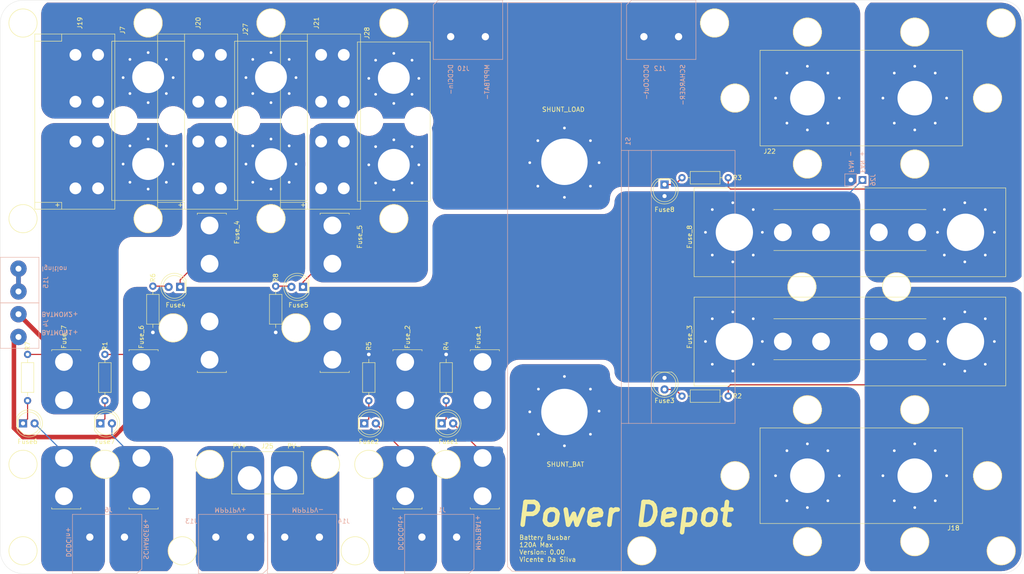
<source format=kicad_pcb>
(kicad_pcb (version 20171130) (host pcbnew "(5.1.8)-1")
  (layers (0 F.Cu signal) (31 B.Cu signal) (34 B.Paste user) (35 F.Paste user) (36 B.SilkS user) (37 F.SilkS user) (38 B.Mask user) (39 F.Mask user) (44 Edge.Cuts user))
  (net 0 "")
  (net 1 /MPPTPV-)
  (net 2 /MPPTPV+)
  (net 3 /DCDCIn-)
  (net 4 /DCDCCtl)
  (net 5 "Net-(Fuse1-Pad1)")
  (net 6 /SHUNT_BAT_OR_ABAT-)
  (net 7 /MPPTBAT+)
  (net 8 /DCDCOut+)
  (net 9 /ABAT+)
  (net 10 "Net-(Fuse4-Pad2)")
  (net 11 /FUSE4)
  (net 12 "Net-(Fuse5-Pad2)")
  (net 13 /FUSE5)
  (net 14 /SCHARGER+)
  (net 15 "Net-(Fuse6-Pad1)")
  (net 16 /BATMON2+)
  (net 17 /FUSE8)
  (net 18 /BATMON1+)
  (net 19 /DCDCIn+)
  (net 20 "Net-(Fuse7-Pad1)")
  (net 21 "Net-(Fuse2-Pad1)")
  (net 22 "Net-(Fuse3-Pad2)")
  (net 23 "Net-(Fuse8-Pad1)")
  (module LED_THT:LED_D5.0mm (layer F.Cu) (at 2 70.5)
    (fp_text reference Fuse7 (at 1 4) (layer F.SilkS))
    (fp_text value LED)
    (pad 2 thru_hole circle (at 2.54 0) (size 1.8 1.8) (drill 0.9) (layers *.Cu *.Mask) (net 14 /SCHARGER+))
    (pad 1 thru_hole rect (at 0 0) (size 1.8 1.8) (drill 0.9) (layers *.Cu *.Mask) (net 20 "Net-(Fuse7-Pad1)"))
  )
  (module Resistor_THT:R_Axial_DIN0207_L6.3mm_D2.5mm_P10.16mm_Horizontal (layer F.Cu) (at -14 65.5 90)
    (fp_text reference R7 (at 12 0 90) (layer F.SilkS))
    (fp_text value 600)
    (pad 2 thru_hole oval (at 10.16 0 90) (size 1.6 1.6) (drill 0.8) (layers *.Cu *.Mask) (net 16 /BATMON2+))
    (pad 1 thru_hole circle (at 0 0 90) (size 1.6 1.6) (drill 0.8) (layers *.Cu *.Mask) (net 15 "Net-(Fuse6-Pad1)"))
  )
  (module FJElectricsPCBCommon:TerminalBlock_5_2x1 (layer B.Cu) (at -16 51.5 90)
    (fp_text reference J4 (at 3 6 90) (layer B.SilkS) (effects (justify mirror)))
    (fp_text value "SMALL TB x2")
    (pad 1 thru_hole oval (at 0 0 90) (size 3.6 3.6) (drill 1.3) (layers *.Cu *.Mask) (net 18 /BATMON1+))
    (pad 2 thru_hole oval (at 5 0 90) (size 3.6 3.6) (drill 1.3) (layers *.Cu *.Mask) (net 16 /BATMON2+))
  )
  (module FJElectricsPCBCommon:NPTH_3mm_ID (layer F.Cu) (at 157.4 -15.5)
    (fp_text reference H25 (at 0 0) (layer F.SilkS))
    (fp_text value MountingHole)
    (pad "" np_thru_hole circle (at 0 0) (size 3.2 3.2) (drill 3.2) (layers *.Cu *.Mask) (clearance 1.6))
  )
  (module FJElectricsPCBCommon:NPTH_3mm_ID (layer F.Cu) (at 157.4 96.5)
    (fp_text reference H23 (at 0 0) (layer F.SilkS))
    (fp_text value MountingHole)
    (pad "" np_thru_hole circle (at 0 0) (size 3.2 3.2) (drill 3.2) (layers *.Cu *.Mask) (clearance 1.6))
  )
  (module FJElectricsPCBCommon:FuseHolderMaxiWithMega (layer F.Cu) (at 181.5 28.5 180)
    (fp_text reference Fuse_8 (at 50 -1 90) (layer F.SilkS))
    (fp_text value 120A)
    (pad 2 thru_hole circle (at 40.5 6.5 180) (size 2 2) (drill 0.6) (layers *.Cu *.Mask) (net 18 /BATMON1+))
    (pad 2 thru_hole circle (at 46.5 0 180) (size 2 2) (drill 0.6) (layers *.Cu *.Mask) (net 18 /BATMON1+))
    (pad 2 thru_hole circle (at 40.5 -6.5 180) (size 2 2) (drill 0.6) (layers *.Cu *.Mask) (net 18 /BATMON1+))
    (pad 2 thru_hole circle (at 34 0 180) (size 2 2) (drill 0.6) (layers *.Cu *.Mask) (net 18 /BATMON1+))
    (pad 2 thru_hole circle (at 45 -5 180) (size 2 2) (drill 0.6) (layers *.Cu *.Mask) (net 18 /BATMON1+))
    (pad 2 thru_hole circle (at 36 -5 180) (size 2 2) (drill 0.6) (layers *.Cu *.Mask) (net 18 /BATMON1+))
    (pad 2 thru_hole circle (at 36 5 180) (size 2 2) (drill 0.6) (layers *.Cu *.Mask) (net 18 /BATMON1+))
    (pad 2 thru_hole circle (at 45 5 180) (size 2 2) (drill 0.6) (layers *.Cu *.Mask) (net 18 /BATMON1+))
    (pad 1 thru_hole circle (at -6 5 180) (size 2 2) (drill 0.6) (layers *.Cu *.Mask) (net 17 /FUSE8))
    (pad 1 thru_hole circle (at -15 5 180) (size 2 2) (drill 0.6) (layers *.Cu *.Mask) (net 17 /FUSE8))
    (pad 1 thru_hole circle (at -15 -5 180) (size 2 2) (drill 0.6) (layers *.Cu *.Mask) (net 17 /FUSE8))
    (pad 1 thru_hole circle (at -6 -5 180) (size 2 2) (drill 0.6) (layers *.Cu *.Mask) (net 17 /FUSE8))
    (pad 1 thru_hole circle (at -4.5 0 180) (size 2 2) (drill 0.6) (layers *.Cu *.Mask) (net 17 /FUSE8))
    (pad 1 thru_hole circle (at -17 0 180) (size 2 2) (drill 0.6) (layers *.Cu *.Mask) (net 17 /FUSE8))
    (pad 1 thru_hole circle (at -10.5 -6.5 180) (size 2 2) (drill 0.6) (layers *.Cu *.Mask) (net 17 /FUSE8))
    (pad 1 thru_hole circle (at -10.5 6.5 180) (size 2 2) (drill 0.6) (layers *.Cu *.Mask) (net 17 /FUSE8))
    (pad 2 thru_hole roundrect (at 40.15 0 180) (size 17 17) (drill 8.2) (layers *.Cu *.Mask) (roundrect_rratio 0.1) (net 18 /BATMON1+))
    (pad 1 thru_hole roundrect (at -10.65 0 180) (size 17 17) (drill 8.2) (layers *.Cu *.Mask) (roundrect_rratio 0.1) (net 17 /FUSE8))
    (pad 1 thru_hole rect (at 0 0 180) (size 8 8) (drill 3.9 (offset 1.5 0.5)) (layers *.Cu *.Mask) (net 17 /FUSE8))
    (pad 1 thru_hole roundrect (at 8.4 0 180) (size 8 8) (drill 3.9 (offset -1.5 0.5)) (layers *.Cu *.Mask) (roundrect_rratio 0.1) (net 17 /FUSE8))
    (pad 2 thru_hole rect (at 29.5 0 180) (size 8 8) (drill 3.9 (offset -1.5 0.5)) (layers *.Cu *.Mask) (net 18 /BATMON1+))
    (pad 2 thru_hole roundrect (at 21.1 0 180) (size 8 8) (drill 3.9 (offset 1.5 0.5)) (layers *.Cu *.Mask) (roundrect_rratio 0.1) (net 18 /BATMON1+))
  )
  (module FJElectricsPCBCommon:NPTH_3mm_ID (layer F.Cu) (at 177 40.5)
    (fp_text reference H45 (at 0 0) (layer F.SilkS))
    (fp_text value MountingHole)
    (pad "" np_thru_hole circle (at 0 0) (size 3.2 3.2) (drill 3.2) (layers *.Cu *.Mask) (clearance 1.6))
  )
  (module FJElectricsPCBCommon:NPTH_3mm_ID (layer F.Cu) (at 156.2 40.5)
    (fp_text reference H43 (at 0 0) (layer F.SilkS))
    (fp_text value MountingHole)
    (pad "" np_thru_hole circle (at 0 0) (size 3.2 3.2) (drill 3.2) (layers *.Cu *.Mask) (clearance 1.6))
  )
  (module FJElectricsPCBCommon:NPTH_3mm_ID (layer F.Cu) (at 157.4 13.5)
    (fp_text reference H42 (at 0 0) (layer F.SilkS))
    (fp_text value MountingHole)
    (pad "" np_thru_hole circle (at 0 0) (size 3.2 3.2) (drill 3.2) (layers *.Cu *.Mask) (clearance 1.6))
  )
  (module FJElectricsPCBCommon:NPTH_3mm_ID (layer F.Cu) (at 157.4 67.5)
    (fp_text reference H41 (at 0 0) (layer F.SilkS))
    (fp_text value MountingHole)
    (pad "" np_thru_hole circle (at 0 0) (size 3.2 3.2) (drill 3.2) (layers *.Cu *.Mask) (clearance 1.6))
  )
  (module FJElectricsPCBCommon:TerminalBlock_7.62_2x1 (layer B.Cu) (at 50.14 95.5 180)
    (fp_text reference J14 (at -5.36 3.5) (layer B.SilkS) (effects (justify mirror)))
    (fp_text value "MEDIUM TB x2")
    (pad 2 thru_hole oval (at 7.62 0 180) (size 6 7.62) (drill 1.6) (layers *.Cu *.Mask) (net 1 /MPPTPV-))
    (pad 1 thru_hole oval (at 0 0 180) (size 6 7.62) (drill 1.6) (layers *.Cu *.Mask) (net 1 /MPPTPV-))
  )
  (module FJElectricsPCBCommon:NPTH_3mm_ID (layer F.Cu) (at 51.5 79.5 90)
    (fp_text reference H40 (at 0 0 90) (layer F.SilkS))
    (fp_text value MountingHole)
    (pad "" np_thru_hole circle (at 0 0 90) (size 3.2 3.2) (drill 3.2) (layers *.Cu *.Mask) (clearance 1.6))
  )
  (module FJElectricsPCBCommon:NPTH_3mm_ID (layer F.Cu) (at 18 49.5 90)
    (fp_text reference H11 (at 0 0 90) (layer F.SilkS))
    (fp_text value MountingHole)
    (pad "" np_thru_hole circle (at 0 0 90) (size 3.2 3.2) (drill 3.2) (layers *.Cu *.Mask) (clearance 1.6))
  )
  (module FJElectricsPCBCommon:Shunt (layer B.Cu) (at 104 40.5 90)
    (fp_text reference S1 (at 32 14 270) (layer B.SilkS) (effects (justify mirror)))
    (fp_text value Shunt)
    (pad 2 thru_hole circle (at 22.145 -5.845 90) (size 1.2 1.2) (drill 0.6) (layers *.Cu *.Mask) (net 3 /DCDCIn-))
    (pad 2 thru_hole circle (at 22.145 5.715 90) (size 1.2 1.2) (drill 0.6) (layers *.Cu *.Mask) (net 3 /DCDCIn-))
    (pad 2 thru_hole circle (at 27.305 -7.62 90) (size 1.2 1.2) (drill 0.6) (layers *.Cu *.Mask) (net 3 /DCDCIn-))
    (pad 2 thru_hole circle (at 32.145 5.715 90) (size 1.2 1.2) (drill 0.6) (layers *.Cu *.Mask) (net 3 /DCDCIn-))
    (pad 2 thru_hole circle (at 34.925 0 90) (size 1.2 1.2) (drill 0.6) (layers *.Cu *.Mask) (net 3 /DCDCIn-))
    (pad 2 thru_hole circle (at 19.685 0 90) (size 1.2 1.2) (drill 0.6) (layers *.Cu *.Mask) (net 3 /DCDCIn-))
    (pad 2 thru_hole circle (at 32.145 -5.845 90) (size 1.2 1.2) (drill 0.6) (layers *.Cu *.Mask) (net 3 /DCDCIn-))
    (pad 2 thru_hole circle (at 27.305 7.62 90) (size 1.2 1.2) (drill 0.6) (layers *.Cu *.Mask) (net 3 /DCDCIn-))
    (pad 1 thru_hole circle (at -32.385 5.715 90) (size 1.2 1.2) (drill 0.6) (layers *.Cu *.Mask) (net 6 /SHUNT_BAT_OR_ABAT-))
    (pad 1 thru_hole circle (at -32.385 -5.715 90) (size 1.2 1.2) (drill 0.6) (layers *.Cu *.Mask) (net 6 /SHUNT_BAT_OR_ABAT-))
    (pad 1 thru_hole circle (at -19.685 0 90) (size 1.2 1.2) (drill 0.6) (layers *.Cu *.Mask) (net 6 /SHUNT_BAT_OR_ABAT-))
    (pad 1 thru_hole circle (at -27.305 7.62 90) (size 1.2 1.2) (drill 0.6) (layers *.Cu *.Mask) (net 6 /SHUNT_BAT_OR_ABAT-))
    (pad 1 thru_hole circle (at -22.465 5.715 90) (size 1.2 1.2) (drill 0.6) (layers *.Cu *.Mask) (net 6 /SHUNT_BAT_OR_ABAT-))
    (pad 1 thru_hole circle (at -27.465 -7.62 90) (size 1.2 1.2) (drill 0.6) (layers *.Cu *.Mask) (net 6 /SHUNT_BAT_OR_ABAT-))
    (pad 1 thru_hole circle (at -22.465 -5.715 90) (size 1.2 1.2) (drill 0.6) (layers *.Cu *.Mask) (net 6 /SHUNT_BAT_OR_ABAT-))
    (pad 1 thru_hole circle (at -34.925 0 90) (size 1.2 1.2) (drill 0.6) (layers *.Cu *.Mask) (net 6 /SHUNT_BAT_OR_ABAT-))
    (pad 2 thru_hole oval (at 27.5 0 90) (size 20 20) (drill 10.2) (layers *.Cu *.Mask) (net 3 /DCDCIn-))
    (pad 1 thru_hole oval (at -27.5 0 90) (size 20 20) (drill 10.2) (layers *.Cu *.Mask) (net 6 /SHUNT_BAT_OR_ABAT-))
  )
  (module FJElectricsPCBCommon:SA50_2 (layer F.Cu) (at 66.5 13.67 90)
    (fp_text reference J28 (at 28.97 -5.9 90) (layer F.SilkS))
    (fp_text value SB50)
    (pad "" np_thru_hole circle (at 9.55 5.5 90) (size 3.2 3.2) (drill 3.2) (layers *.Cu *.Mask) (clearance 1.6))
    (pad "" np_thru_hole circle (at 9.55 -5.5 90) (size 3.2 3.2) (drill 3.2) (layers *.Cu *.Mask) (clearance 1.6))
    (pad 1 thru_hole circle (at -5.5 0 90) (size 2 2) (drill 0.6) (layers *.Cu *.Mask) (net 13 /FUSE5))
    (pad 2 thru_hole circle (at 19.1 0 90) (size 15 15) (drill 7) (layers *.Cu *.Mask) (net 3 /DCDCIn-))
    (pad 2 thru_hole circle (at 19 -5.5 90) (size 2 2) (drill 0.6) (layers *.Cu *.Mask) (net 3 /DCDCIn-))
    (pad 2 thru_hole circle (at 23 4 90) (size 2 2) (drill 0.6) (layers *.Cu *.Mask) (net 3 /DCDCIn-))
    (pad 2 thru_hole circle (at 23 -4 90) (size 2 2) (drill 0.6) (layers *.Cu *.Mask) (net 3 /DCDCIn-))
    (pad 2 thru_hole circle (at 15.5 -4 90) (size 2 2) (drill 0.6) (layers *.Cu *.Mask) (net 3 /DCDCIn-))
    (pad 1 thru_hole circle (at 4 -4 90) (size 2 2) (drill 0.6) (layers *.Cu *.Mask) (net 13 /FUSE5))
    (pad 2 thru_hole circle (at 15.5 4 90) (size 2 2) (drill 0.6) (layers *.Cu *.Mask) (net 3 /DCDCIn-))
    (pad 2 thru_hole circle (at 19 5.5 90) (size 2 2) (drill 0.6) (layers *.Cu *.Mask) (net 3 /DCDCIn-))
    (pad 1 thru_hole circle (at 5.5 0 90) (size 2 2) (drill 0.6) (layers *.Cu *.Mask) (net 13 /FUSE5))
    (pad 1 thru_hole circle (at 4 4 90) (size 2 2) (drill 0.6) (layers *.Cu *.Mask) (net 13 /FUSE5))
    (pad 2 thru_hole circle (at 24.5 0 90) (size 2 2) (drill 0.6) (layers *.Cu *.Mask) (net 3 /DCDCIn-))
    (pad 1 thru_hole circle (at 0 0 90) (size 15 15) (drill 7) (layers *.Cu *.Mask) (net 13 /FUSE5))
    (pad 1 thru_hole circle (at 0 -5.5 90) (size 2 2) (drill 0.6) (layers *.Cu *.Mask) (net 13 /FUSE5))
    (pad 1 thru_hole circle (at -4 4 90) (size 2 2) (drill 0.6) (layers *.Cu *.Mask) (net 13 /FUSE5))
    (pad 2 thru_hole circle (at 13.5 0 90) (size 2 2) (drill 0.6) (layers *.Cu *.Mask) (net 3 /DCDCIn-))
    (pad 1 thru_hole circle (at 0 5.5 90) (size 2 2) (drill 0.6) (layers *.Cu *.Mask) (net 13 /FUSE5))
    (pad 1 thru_hole circle (at -4 -4 90) (size 2 2) (drill 0.6) (layers *.Cu *.Mask) (net 13 /FUSE5))
  )
  (module FJElectricsPCBCommon:SA50_2 (layer F.Cu) (at 39.5 13.5 90)
    (fp_text reference J27 (at 29.6 -5.6 90) (layer F.SilkS))
    (fp_text value SB50)
    (pad "" np_thru_hole circle (at 9.55 5.5 90) (size 3.2 3.2) (drill 3.2) (layers *.Cu *.Mask) (clearance 1.6))
    (pad "" np_thru_hole circle (at 9.55 -5.5 90) (size 3.2 3.2) (drill 3.2) (layers *.Cu *.Mask) (clearance 1.6))
    (pad 1 thru_hole circle (at -5.5 0 90) (size 2 2) (drill 0.6) (layers *.Cu *.Mask) (net 11 /FUSE4))
    (pad 2 thru_hole circle (at 19.1 0 90) (size 15 15) (drill 7) (layers *.Cu *.Mask) (net 3 /DCDCIn-))
    (pad 2 thru_hole circle (at 19 -5.5 90) (size 2 2) (drill 0.6) (layers *.Cu *.Mask) (net 3 /DCDCIn-))
    (pad 2 thru_hole circle (at 23 4 90) (size 2 2) (drill 0.6) (layers *.Cu *.Mask) (net 3 /DCDCIn-))
    (pad 2 thru_hole circle (at 23 -4 90) (size 2 2) (drill 0.6) (layers *.Cu *.Mask) (net 3 /DCDCIn-))
    (pad 2 thru_hole circle (at 15.5 -4 90) (size 2 2) (drill 0.6) (layers *.Cu *.Mask) (net 3 /DCDCIn-))
    (pad 1 thru_hole circle (at 4 -4 90) (size 2 2) (drill 0.6) (layers *.Cu *.Mask) (net 11 /FUSE4))
    (pad 2 thru_hole circle (at 15.5 4 90) (size 2 2) (drill 0.6) (layers *.Cu *.Mask) (net 3 /DCDCIn-))
    (pad 2 thru_hole circle (at 19 5.5 90) (size 2 2) (drill 0.6) (layers *.Cu *.Mask) (net 3 /DCDCIn-))
    (pad 1 thru_hole circle (at 5.5 0 90) (size 2 2) (drill 0.6) (layers *.Cu *.Mask) (net 11 /FUSE4))
    (pad 1 thru_hole circle (at 4 4 90) (size 2 2) (drill 0.6) (layers *.Cu *.Mask) (net 11 /FUSE4))
    (pad 2 thru_hole circle (at 24.5 0 90) (size 2 2) (drill 0.6) (layers *.Cu *.Mask) (net 3 /DCDCIn-))
    (pad 1 thru_hole circle (at 0 0 90) (size 15 15) (drill 7) (layers *.Cu *.Mask) (net 11 /FUSE4))
    (pad 1 thru_hole circle (at 0 -5.5 90) (size 2 2) (drill 0.6) (layers *.Cu *.Mask) (net 11 /FUSE4))
    (pad 1 thru_hole circle (at -4 4 90) (size 2 2) (drill 0.6) (layers *.Cu *.Mask) (net 11 /FUSE4))
    (pad 2 thru_hole circle (at 13.5 0 90) (size 2 2) (drill 0.6) (layers *.Cu *.Mask) (net 3 /DCDCIn-))
    (pad 1 thru_hole circle (at 0 5.5 90) (size 2 2) (drill 0.6) (layers *.Cu *.Mask) (net 11 /FUSE4))
    (pad 1 thru_hole circle (at -4 -4 90) (size 2 2) (drill 0.6) (layers *.Cu *.Mask) (net 11 /FUSE4))
  )
  (module FJElectricsPCBCommon:SA50_2 (layer F.Cu) (at 12.5 13.5 90)
    (fp_text reference J7 (at 29.4 -5.6 90) (layer F.SilkS))
    (fp_text value SB50)
    (pad "" np_thru_hole circle (at 9.55 5.5 90) (size 3.2 3.2) (drill 3.2) (layers *.Cu *.Mask) (clearance 1.6))
    (pad "" np_thru_hole circle (at 9.55 -5.5 90) (size 3.2 3.2) (drill 3.2) (layers *.Cu *.Mask) (clearance 1.6))
    (pad 1 thru_hole circle (at -5.5 0 90) (size 2 2) (drill 0.6) (layers *.Cu *.Mask) (net 16 /BATMON2+))
    (pad 2 thru_hole circle (at 19.1 0 90) (size 15 15) (drill 7) (layers *.Cu *.Mask) (net 3 /DCDCIn-))
    (pad 2 thru_hole circle (at 19 -5.5 90) (size 2 2) (drill 0.6) (layers *.Cu *.Mask) (net 3 /DCDCIn-))
    (pad 2 thru_hole circle (at 23 4 90) (size 2 2) (drill 0.6) (layers *.Cu *.Mask) (net 3 /DCDCIn-))
    (pad 2 thru_hole circle (at 23 -4 90) (size 2 2) (drill 0.6) (layers *.Cu *.Mask) (net 3 /DCDCIn-))
    (pad 2 thru_hole circle (at 15.5 -4 90) (size 2 2) (drill 0.6) (layers *.Cu *.Mask) (net 3 /DCDCIn-))
    (pad 1 thru_hole circle (at 4 -4 90) (size 2 2) (drill 0.6) (layers *.Cu *.Mask) (net 16 /BATMON2+))
    (pad 2 thru_hole circle (at 15.5 4 90) (size 2 2) (drill 0.6) (layers *.Cu *.Mask) (net 3 /DCDCIn-))
    (pad 2 thru_hole circle (at 19 5.5 90) (size 2 2) (drill 0.6) (layers *.Cu *.Mask) (net 3 /DCDCIn-))
    (pad 1 thru_hole circle (at 5.5 0 90) (size 2 2) (drill 0.6) (layers *.Cu *.Mask) (net 16 /BATMON2+))
    (pad 1 thru_hole circle (at 4 4 90) (size 2 2) (drill 0.6) (layers *.Cu *.Mask) (net 16 /BATMON2+))
    (pad 2 thru_hole circle (at 24.5 0 90) (size 2 2) (drill 0.6) (layers *.Cu *.Mask) (net 3 /DCDCIn-))
    (pad 1 thru_hole circle (at 0 0 90) (size 15 15) (drill 7) (layers *.Cu *.Mask) (net 16 /BATMON2+))
    (pad 1 thru_hole circle (at 0 -5.5 90) (size 2 2) (drill 0.6) (layers *.Cu *.Mask) (net 16 /BATMON2+))
    (pad 1 thru_hole circle (at -4 4 90) (size 2 2) (drill 0.6) (layers *.Cu *.Mask) (net 16 /BATMON2+))
    (pad 2 thru_hole circle (at 13.5 0 90) (size 2 2) (drill 0.6) (layers *.Cu *.Mask) (net 3 /DCDCIn-))
    (pad 1 thru_hole circle (at 0 5.5 90) (size 2 2) (drill 0.6) (layers *.Cu *.Mask) (net 16 /BATMON2+))
    (pad 1 thru_hole circle (at -4 -4 90) (size 2 2) (drill 0.6) (layers *.Cu *.Mask) (net 16 /BATMON2+))
  )
  (module Connector_PinHeader_2.54mm:PinHeader_1x02_P2.54mm_Vertical (layer B.Cu) (at 169.5 17 90)
    (fp_text reference J26 (at 0 2.33 90) (layer B.SilkS) (effects (justify mirror)))
    (fp_text value Conn_01x02)
    (pad 2 thru_hole oval (at 0 -2.54 90) (size 1.7 1.7) (drill 1) (layers *.Cu *.Mask) (net 3 /DCDCIn-))
    (pad 1 thru_hole rect (at 0 0 90) (size 1.7 1.7) (drill 1) (layers *.Cu *.Mask) (net 18 /BATMON1+))
  )
  (module FJElectricsPCBCommon:PowerPole_15_45 (layer F.Cu) (at 42.7 82.5 180)
    (fp_text reference J25 (at 4 7) (layer F.SilkS))
    (fp_text value PP15)
    (pad 2 thru_hole roundrect (at 7.9 0 180) (size 6 8.7) (drill 5.2 (offset 0 1.15)) (layers *.Cu *.Mask) (net 2 /MPPTPV+))
    (pad 1 thru_hole roundrect (at 0 0 180) (size 6 8.7) (drill 5.2 (offset 0 1.15)) (layers *.Cu *.Mask) (net 1 /MPPTPV-))
  )
  (module FJElectricsPCBCommon:NPTH_3mm_ID (layer F.Cu) (at 39.5 -17.5)
    (fp_text reference H39 (at 0 0) (layer F.SilkS))
    (fp_text value MountingHole)
    (pad "" np_thru_hole circle (at 0 0) (size 3.2 3.2) (drill 3.2) (layers *.Cu *.Mask) (clearance 1.6))
  )
  (module FJElectricsPCBCommon:NPTH_3mm_ID (layer F.Cu) (at 66.5 -17.5)
    (fp_text reference H38 (at 0 0) (layer F.SilkS))
    (fp_text value MountingHole)
    (pad "" np_thru_hole circle (at 0 0) (size 3.2 3.2) (drill 3.2) (layers *.Cu *.Mask) (clearance 1.6))
  )
  (module FJElectricsPCBCommon:NPTH_3mm_ID (layer F.Cu) (at 39.5 25.5)
    (fp_text reference H37 (at 0 0) (layer F.SilkS))
    (fp_text value MountingHole)
    (pad "" np_thru_hole circle (at 0 0) (size 3.2 3.2) (drill 3.2) (layers *.Cu *.Mask) (clearance 1.6))
  )
  (module FJElectricsPCBCommon:NPTH_3mm_ID (layer F.Cu) (at 12.5 -17.5)
    (fp_text reference H36 (at 0 0) (layer F.SilkS))
    (fp_text value MountingHole)
    (pad "" np_thru_hole circle (at 0 0) (size 3.2 3.2) (drill 3.2) (layers *.Cu *.Mask) (clearance 1.6))
  )
  (module FJElectricsPCBCommon:NPTH_3mm_ID (layer F.Cu) (at 12.5 25.5)
    (fp_text reference H35 (at 0 0) (layer F.SilkS))
    (fp_text value MountingHole)
    (pad "" np_thru_hole circle (at 0 0) (size 3.2 3.2) (drill 3.2) (layers *.Cu *.Mask) (clearance 1.6))
  )
  (module FJElectricsPCBCommon:NPTH_3mm_ID (layer F.Cu) (at 66.5 25.5)
    (fp_text reference H34 (at 0 0) (layer F.SilkS))
    (fp_text value MountingHole)
    (pad "" np_thru_hole circle (at 0 0) (size 3.2 3.2) (drill 3.2) (layers *.Cu *.Mask) (clearance 1.6))
  )
  (module FJElectricsPCBCommon:NPTH_3mm_ID (layer F.Cu) (at 197 -1)
    (fp_text reference H33 (at 0 0) (layer F.SilkS))
    (fp_text value MountingHole)
    (pad "" np_thru_hole circle (at 0 0) (size 3.2 3.2) (drill 3.2) (layers *.Cu *.Mask) (clearance 1.6))
  )
  (module FJElectricsPCBCommon:NPTH_3mm_ID (layer F.Cu) (at -15 79.5)
    (fp_text reference H32 (at 0 0) (layer F.SilkS))
    (fp_text value MountingHole)
    (pad "" np_thru_hole circle (at 0 0) (size 3.2 3.2) (drill 3.2) (layers *.Cu *.Mask) (clearance 1.6))
  )
  (module FJElectricsPCBCommon:NPTH_3mm_ID (layer F.Cu) (at 141.5 -1)
    (fp_text reference H27 (at 0 0) (layer F.SilkS))
    (fp_text value MountingHole)
    (pad "" np_thru_hole circle (at 0 0) (size 3.2 3.2) (drill 3.2) (layers *.Cu *.Mask) (clearance 1.6))
  )
  (module FJElectricsPCBCommon:NPTH_3mm_ID (layer F.Cu) (at 141.5 82)
    (fp_text reference H22 (at 0 0) (layer F.SilkS))
    (fp_text value MountingHole)
    (pad "" np_thru_hole circle (at 0 0) (size 3.2 3.2) (drill 3.2) (layers *.Cu *.Mask) (clearance 1.6))
  )
  (module FJElectricsPCBCommon:NPTH_3mm_ID (layer F.Cu) (at 197 82)
    (fp_text reference H19 (at 0 0) (layer F.SilkS))
    (fp_text value MountingHole)
    (pad "" np_thru_hole circle (at 0 0) (size 3.2 3.2) (drill 3.2) (layers *.Cu *.Mask) (clearance 1.6))
  )
  (module FJElectricsPCBCommon:SA120 (layer F.Cu) (at 181 82 180)
    (fp_text reference J18 (at -8.5 -11.5) (layer F.SilkS))
    (fp_text value SB120)
    (pad 1 thru_hole circle (at 4.5 5.5 180) (size 2 2) (drill 0.6) (layers *.Cu *.Mask) (net 9 /ABAT+))
    (pad 1 thru_hole circle (at -4.5 -5.5 180) (size 2 2) (drill 0.6) (layers *.Cu *.Mask) (net 9 /ABAT+))
    (pad 1 thru_hole circle (at 0 -7 180) (size 2 2) (drill 0.6) (layers *.Cu *.Mask) (net 9 /ABAT+))
    (pad 1 thru_hole circle (at 0 7 180) (size 2 2) (drill 0.6) (layers *.Cu *.Mask) (net 9 /ABAT+))
    (pad 1 thru_hole circle (at -4.5 5.5 180) (size 2 2) (drill 0.6) (layers *.Cu *.Mask) (net 9 /ABAT+))
    (pad 2 thru_hole circle (at 16.6 0 180) (size 2 2) (drill 0.6) (layers *.Cu *.Mask) (net 6 /SHUNT_BAT_OR_ABAT-))
    (pad 2 thru_hole circle (at 30.6 0 180) (size 2 2) (drill 0.6) (layers *.Cu *.Mask) (net 6 /SHUNT_BAT_OR_ABAT-))
    (pad 1 thru_hole circle (at 0 0 180) (size 20 20) (drill 7.6) (layers *.Cu *.Mask) (net 9 /ABAT+))
    (pad 2 thru_hole circle (at 23.6 0 180) (size 20 20) (drill 7.6) (layers *.Cu *.Mask) (net 6 /SHUNT_BAT_OR_ABAT-))
    (pad 1 thru_hole circle (at -7 0 180) (size 2 2) (drill 0.6) (layers *.Cu *.Mask) (net 9 /ABAT+))
    (pad 1 thru_hole circle (at 7 0 180) (size 2 2) (drill 0.6) (layers *.Cu *.Mask) (net 9 /ABAT+))
    (pad 2 thru_hole circle (at 23.6 7 180) (size 2 2) (drill 0.6) (layers *.Cu *.Mask) (net 6 /SHUNT_BAT_OR_ABAT-))
    (pad 2 thru_hole circle (at 19.1 5.5 180) (size 2 2) (drill 0.6) (layers *.Cu *.Mask) (net 6 /SHUNT_BAT_OR_ABAT-))
    (pad 1 thru_hole circle (at 4.5 -5.5 180) (size 2 2) (drill 0.6) (layers *.Cu *.Mask) (net 9 /ABAT+))
    (pad 2 thru_hole circle (at 19.1 -5.5 180) (size 2 2) (drill 0.6) (layers *.Cu *.Mask) (net 6 /SHUNT_BAT_OR_ABAT-))
    (pad 2 thru_hole circle (at 23.6 -7 180) (size 2 2) (drill 0.6) (layers *.Cu *.Mask) (net 6 /SHUNT_BAT_OR_ABAT-))
    (pad 2 thru_hole circle (at 28.1 5.5 180) (size 2 2) (drill 0.6) (layers *.Cu *.Mask) (net 6 /SHUNT_BAT_OR_ABAT-))
    (pad 2 thru_hole circle (at 28.1 -5.5 180) (size 2 2) (drill 0.6) (layers *.Cu *.Mask) (net 6 /SHUNT_BAT_OR_ABAT-))
  )
  (module FJElectricsPCBCommon:SA120 (layer F.Cu) (at 181 -1 180)
    (fp_text reference J22 (at 31.9 -11.7) (layer F.SilkS))
    (fp_text value SB120)
    (pad 1 thru_hole circle (at 4.5 5.5 180) (size 2 2) (drill 0.6) (layers *.Cu *.Mask) (net 17 /FUSE8))
    (pad 1 thru_hole circle (at -4.5 -5.5 180) (size 2 2) (drill 0.6) (layers *.Cu *.Mask) (net 17 /FUSE8))
    (pad 1 thru_hole circle (at 0 -7 180) (size 2 2) (drill 0.6) (layers *.Cu *.Mask) (net 17 /FUSE8))
    (pad 1 thru_hole circle (at 0 7 180) (size 2 2) (drill 0.6) (layers *.Cu *.Mask) (net 17 /FUSE8))
    (pad 1 thru_hole circle (at -4.5 5.5 180) (size 2 2) (drill 0.6) (layers *.Cu *.Mask) (net 17 /FUSE8))
    (pad 2 thru_hole circle (at 16.6 0 180) (size 2 2) (drill 0.6) (layers *.Cu *.Mask) (net 3 /DCDCIn-))
    (pad 2 thru_hole circle (at 30.6 0 180) (size 2 2) (drill 0.6) (layers *.Cu *.Mask) (net 3 /DCDCIn-))
    (pad 1 thru_hole circle (at 0 0 180) (size 20 20) (drill 7.6) (layers *.Cu *.Mask) (net 17 /FUSE8))
    (pad 2 thru_hole circle (at 23.6 0 180) (size 20 20) (drill 7.6) (layers *.Cu *.Mask) (net 3 /DCDCIn-))
    (pad 1 thru_hole circle (at -7 0 180) (size 2 2) (drill 0.6) (layers *.Cu *.Mask) (net 17 /FUSE8))
    (pad 1 thru_hole circle (at 7 0 180) (size 2 2) (drill 0.6) (layers *.Cu *.Mask) (net 17 /FUSE8))
    (pad 2 thru_hole circle (at 23.6 7 180) (size 2 2) (drill 0.6) (layers *.Cu *.Mask) (net 3 /DCDCIn-))
    (pad 2 thru_hole circle (at 19.1 5.5 180) (size 2 2) (drill 0.6) (layers *.Cu *.Mask) (net 3 /DCDCIn-))
    (pad 1 thru_hole circle (at 4.5 -5.5 180) (size 2 2) (drill 0.6) (layers *.Cu *.Mask) (net 17 /FUSE8))
    (pad 2 thru_hole circle (at 19.1 -5.5 180) (size 2 2) (drill 0.6) (layers *.Cu *.Mask) (net 3 /DCDCIn-))
    (pad 2 thru_hole circle (at 23.6 -7 180) (size 2 2) (drill 0.6) (layers *.Cu *.Mask) (net 3 /DCDCIn-))
    (pad 2 thru_hole circle (at 28.1 5.5 180) (size 2 2) (drill 0.6) (layers *.Cu *.Mask) (net 3 /DCDCIn-))
    (pad 2 thru_hole circle (at 28.1 -5.5 180) (size 2 2) (drill 0.6) (layers *.Cu *.Mask) (net 3 /DCDCIn-))
  )
  (module FJElectricsPCBCommon:SA50 (layer F.Cu) (at 55.5 -10.5 270)
    (fp_text reference J21 (at -7 6 90) (layer F.SilkS))
    (fp_text value "SB50 PC")
    (fp_text user + (at 33 9 90) (layer F.SilkS))
    (pad 2 thru_hole roundrect (at 19.05 0 270) (size 6 4.8) (drill 2.6) (layers *.Cu *.Mask) (roundrect_rratio 0.1) (net 13 /FUSE5))
    (pad 2 thru_hole roundrect (at 19.05 4.98 270) (size 6 4.8) (drill 2.6) (layers *.Cu *.Mask) (roundrect_rratio 0.1) (net 13 /FUSE5))
    (pad 2 thru_hole roundrect (at 29.34 0 270) (size 6 4.8) (drill 2.6) (layers *.Cu *.Mask) (roundrect_rratio 0.1) (net 13 /FUSE5))
    (pad 2 thru_hole roundrect (at 29.34 4.98 270) (size 6 4.8) (drill 2.6) (layers *.Cu *.Mask) (roundrect_rratio 0.1) (net 13 /FUSE5))
    (pad 1 thru_hole roundrect (at 10.29 4.98 270) (size 6 4.8) (drill 2.6) (layers *.Cu *.Mask) (roundrect_rratio 0.1) (net 3 /DCDCIn-))
    (pad 1 thru_hole roundrect (at 0 4.98 270) (size 6 4.8) (drill 2.6) (layers *.Cu *.Mask) (roundrect_rratio 0.1) (net 3 /DCDCIn-))
    (pad 1 thru_hole roundrect (at 10.29 0 270) (size 6 4.8) (drill 2.6) (layers *.Cu *.Mask) (roundrect_rratio 0.1) (net 3 /DCDCIn-))
    (pad 1 thru_hole roundrect (at 0 0 270) (size 6 4.8) (drill 2.6) (layers *.Cu *.Mask) (roundrect_rratio 0.1) (net 3 /DCDCIn-))
  )
  (module FJElectricsPCBCommon:SA50 (layer F.Cu) (at 28.5 -10.5 270)
    (fp_text reference J20 (at -7 5 90) (layer F.SilkS))
    (fp_text value "SB50 PC")
    (fp_text user + (at 33 9 90) (layer F.SilkS))
    (pad 2 thru_hole roundrect (at 19.05 0 270) (size 6 4.8) (drill 2.6) (layers *.Cu *.Mask) (roundrect_rratio 0.1) (net 11 /FUSE4))
    (pad 2 thru_hole roundrect (at 19.05 4.98 270) (size 6 4.8) (drill 2.6) (layers *.Cu *.Mask) (roundrect_rratio 0.1) (net 11 /FUSE4))
    (pad 2 thru_hole roundrect (at 29.34 0 270) (size 6 4.8) (drill 2.6) (layers *.Cu *.Mask) (roundrect_rratio 0.1) (net 11 /FUSE4))
    (pad 2 thru_hole roundrect (at 29.34 4.98 270) (size 6 4.8) (drill 2.6) (layers *.Cu *.Mask) (roundrect_rratio 0.1) (net 11 /FUSE4))
    (pad 1 thru_hole roundrect (at 10.29 4.98 270) (size 6 4.8) (drill 2.6) (layers *.Cu *.Mask) (roundrect_rratio 0.1) (net 3 /DCDCIn-))
    (pad 1 thru_hole roundrect (at 0 4.98 270) (size 6 4.8) (drill 2.6) (layers *.Cu *.Mask) (roundrect_rratio 0.1) (net 3 /DCDCIn-))
    (pad 1 thru_hole roundrect (at 10.29 0 270) (size 6 4.8) (drill 2.6) (layers *.Cu *.Mask) (roundrect_rratio 0.1) (net 3 /DCDCIn-))
    (pad 1 thru_hole roundrect (at 0 0 270) (size 6 4.8) (drill 2.6) (layers *.Cu *.Mask) (roundrect_rratio 0.1) (net 3 /DCDCIn-))
  )
  (module FJElectricsPCBCommon:SA50 (layer F.Cu) (at 1.5 -10.5 270)
    (fp_text reference J19 (at -7 4 90) (layer F.SilkS))
    (fp_text value "SB50 PC")
    (fp_text user + (at 33 9 90) (layer F.SilkS))
    (pad 2 thru_hole roundrect (at 19.05 0 270) (size 6 4.8) (drill 2.6) (layers *.Cu *.Mask) (roundrect_rratio 0.1) (net 16 /BATMON2+))
    (pad 2 thru_hole roundrect (at 19.05 4.98 270) (size 6 4.8) (drill 2.6) (layers *.Cu *.Mask) (roundrect_rratio 0.1) (net 16 /BATMON2+))
    (pad 2 thru_hole roundrect (at 29.34 0 270) (size 6 4.8) (drill 2.6) (layers *.Cu *.Mask) (roundrect_rratio 0.1) (net 16 /BATMON2+))
    (pad 2 thru_hole roundrect (at 29.34 4.98 270) (size 6 4.8) (drill 2.6) (layers *.Cu *.Mask) (roundrect_rratio 0.1) (net 16 /BATMON2+))
    (pad 1 thru_hole roundrect (at 10.29 4.98 270) (size 6 4.8) (drill 2.6) (layers *.Cu *.Mask) (roundrect_rratio 0.1) (net 3 /DCDCIn-))
    (pad 1 thru_hole roundrect (at 0 4.98 270) (size 6 4.8) (drill 2.6) (layers *.Cu *.Mask) (roundrect_rratio 0.1) (net 3 /DCDCIn-))
    (pad 1 thru_hole roundrect (at 10.29 0 270) (size 6 4.8) (drill 2.6) (layers *.Cu *.Mask) (roundrect_rratio 0.1) (net 3 /DCDCIn-))
    (pad 1 thru_hole roundrect (at 0 0 270) (size 6 4.8) (drill 2.6) (layers *.Cu *.Mask) (roundrect_rratio 0.1) (net 3 /DCDCIn-))
  )
  (module FJElectricsPCBCommon:NPTH_3mm_ID (layer F.Cu) (at -15 -17.5)
    (fp_text reference H31 (at 0.1 0) (layer F.SilkS))
    (fp_text value MountingHole)
    (pad "" np_thru_hole circle (at 0 0) (size 3.2 3.2) (drill 3.2) (layers *.Cu *.Mask) (clearance 1.6))
  )
  (module FJElectricsPCBCommon:NPTH_3mm_ID (layer F.Cu) (at 26 79.5)
    (fp_text reference H16 (at 0 0) (layer F.SilkS))
    (fp_text value MountingHole)
    (pad "" np_thru_hole circle (at 0 0) (size 3.2 3.2) (drill 3.2) (layers *.Cu *.Mask) (clearance 1.6))
  )
  (module FJElectricsPCBCommon:NPTH_3mm_ID (layer F.Cu) (at 200 -17.5 180)
    (fp_text reference H21 (at 0 0) (layer F.SilkS))
    (fp_text value MountingHole)
    (pad "" np_thru_hole circle (at 0 0 180) (size 3.2 3.2) (drill 3.2) (layers *.Cu *.Mask) (clearance 1.6))
  )
  (module FJElectricsPCBCommon:NPTH_3mm_ID (layer F.Cu) (at 137 -17.5)
    (fp_text reference H3 (at 0 0) (layer F.SilkS))
    (fp_text value MountingHole)
    (pad "" np_thru_hole circle (at 0 0) (size 3.2 3.2) (drill 3.2) (layers *.Cu *.Mask) (clearance 1.6))
  )
  (module FJElectricsPCBCommon:NPTH_3mm_ID (layer F.Cu) (at 181 13.5 180)
    (fp_text reference H28 (at 0.1 0) (layer F.SilkS))
    (fp_text value MountingHole)
    (pad "" np_thru_hole circle (at 0 0 180) (size 3.2 3.2) (drill 3.2) (layers *.Cu *.Mask) (clearance 1.6))
  )
  (module FJElectricsPCBCommon:NPTH_3mm_ID (layer F.Cu) (at 45 49.5)
    (fp_text reference H10 (at 0 0) (layer F.SilkS))
    (fp_text value MountingHole)
    (pad "" np_thru_hole circle (at 0 0) (size 3.2 3.2) (drill 3.2) (layers *.Cu *.Mask) (clearance 1.6))
  )
  (module FJElectricsPCBCommon:NPTH_3mm_ID (layer F.Cu) (at 181 67.5 180)
    (fp_text reference H17 (at 0 0) (layer F.SilkS))
    (fp_text value MountingHole)
    (pad "" np_thru_hole circle (at 0 0 180) (size 3.2 3.2) (drill 3.2) (layers *.Cu *.Mask) (clearance 1.6))
  )
  (module FJElectricsPCBCommon:NPTH_3mm_ID (layer F.Cu) (at 181 -15.5 180)
    (fp_text reference H8 (at 0.1 0) (layer F.SilkS))
    (fp_text value MountingHole)
    (pad "" np_thru_hole circle (at 0 0 180) (size 3.2 3.2) (drill 3.2) (layers *.Cu *.Mask) (clearance 1.6))
  )
  (module FJElectricsPCBCommon:NPTH_3mm_ID (layer F.Cu) (at 58 98.5)
    (fp_text reference H15 (at 0 0) (layer F.SilkS))
    (fp_text value MountingHole)
    (pad "" np_thru_hole circle (at 0 0) (size 3.2 3.2) (drill 3.2) (layers *.Cu *.Mask) (clearance 1.6))
  )
  (module FJElectricsPCBCommon:NPTH_3mm_ID (layer F.Cu) (at -15 25.5)
    (fp_text reference H12 (at 0 0) (layer F.SilkS))
    (fp_text value MountingHole)
    (pad "" np_thru_hole circle (at 0 0) (size 3.2 3.2) (drill 3.2) (layers *.Cu *.Mask) (clearance 1.6))
  )
  (module FJElectricsPCBCommon:NPTH_3mm_ID (layer F.Cu) (at 3 79.5)
    (fp_text reference H13 (at 0.1 0) (layer F.SilkS))
    (fp_text value MountingHole)
    (pad "" np_thru_hole circle (at 0 0) (size 3.2 3.2) (drill 3.2) (layers *.Cu *.Mask) (clearance 1.6))
  )
  (module FJElectricsPCBCommon:NPTH_3mm_ID (layer F.Cu) (at 78 79.5)
    (fp_text reference H20 (at 0 0) (layer F.SilkS))
    (fp_text value MountingHole)
    (pad "" np_thru_hole circle (at 0 0) (size 3.2 3.2) (drill 3.2) (layers *.Cu *.Mask) (clearance 1.6))
  )
  (module FJElectricsPCBCommon:NPTH_3mm_ID (layer F.Cu) (at 61 79.5)
    (fp_text reference H9 (at 0 0) (layer F.SilkS))
    (fp_text value MountingHole)
    (pad "" np_thru_hole circle (at 0 0) (size 3.2 3.2) (drill 3.2) (layers *.Cu *.Mask) (clearance 1.6))
  )
  (module FJElectricsPCBCommon:NPTH_3mm_ID (layer F.Cu) (at 181 96.5)
    (fp_text reference H18 (at 0 0) (layer F.SilkS))
    (fp_text value MountingHole)
    (pad "" np_thru_hole circle (at 0 0) (size 3.2 3.2) (drill 3.2) (layers *.Cu *.Mask) (clearance 1.6))
  )
  (module FJElectricsPCBCommon:NPTH_3mm_ID (layer F.Cu) (at -15 98.5)
    (fp_text reference H5 (at 0 0) (layer F.SilkS))
    (fp_text value MountingHole)
    (pad "" np_thru_hole circle (at 0 0) (size 3.2 3.2) (drill 3.2) (layers *.Cu *.Mask) (clearance 1.6))
  )
  (module FJElectricsPCBCommon:NPTH_3mm_ID (layer F.Cu) (at 200 98.5)
    (fp_text reference H1 (at 0 0) (layer F.SilkS))
    (fp_text value MountingHole)
    (pad "" np_thru_hole circle (at 0 0) (size 3.2 3.2) (drill 3.2) (layers *.Cu *.Mask) (clearance 1.6))
  )
  (module FJElectricsPCBCommon:TerminalBlock_7.62_2x1 (layer B.Cu) (at 7.3 95.5 180)
    (fp_text reference J6 (at 3.5 6) (layer B.SilkS) (effects (justify mirror)))
    (fp_text value "MEDIUM TB x2")
    (pad 2 thru_hole oval (at 7.62 0 180) (size 6 7.62) (drill 1.6) (layers *.Cu *.Mask) (net 19 /DCDCIn+))
    (pad 1 thru_hole oval (at 0 0 180) (size 6 7.62) (drill 1.6) (layers *.Cu *.Mask) (net 14 /SCHARGER+))
  )
  (module Resistor_THT:R_Axial_DIN0207_L6.3mm_D2.5mm_P10.16mm_Horizontal (layer F.Cu) (at 3 65.5 90)
    (fp_text reference R1 (at 12 0 90) (layer F.SilkS))
    (fp_text value 600)
    (pad 2 thru_hole oval (at 10.16 0 90) (size 1.6 1.6) (drill 0.8) (layers *.Cu *.Mask) (net 18 /BATMON1+))
    (pad 1 thru_hole circle (at 0 0 90) (size 1.6 1.6) (drill 0.8) (layers *.Cu *.Mask) (net 20 "Net-(Fuse7-Pad1)"))
  )
  (module FJElectricsPCBCommon:FuseHolderMaxi (layer F.Cu) (at 11 86.5 90)
    (fp_text reference Fuse_6 (at 35 0 90) (layer F.SilkS))
    (fp_text value 50A)
    (pad 1 thru_hole roundrect (at 0 0 90) (size 8 8) (drill 3.9 (offset 1.5 0.5)) (layers *.Cu *.Mask) (roundrect_rratio 0.1) (net 14 /SCHARGER+))
    (pad 1 thru_hole roundrect (at 8.4 0 90) (size 8 8) (drill 3.9 (offset -1.5 0.5)) (layers *.Cu *.Mask) (roundrect_rratio 0.1) (net 14 /SCHARGER+))
    (pad 2 thru_hole roundrect (at 21.1 0 90) (size 8 8) (drill 3.9 (offset 1.5 0.5)) (layers *.Cu *.Mask) (roundrect_rratio 0.1) (net 18 /BATMON1+))
    (pad 2 thru_hole roundrect (at 29.5 0 90) (size 8 8) (drill 3.9 (offset -1.5 0.5)) (layers *.Cu *.Mask) (roundrect_rratio 0.1) (net 18 /BATMON1+))
  )
  (module LED_THT:LED_D5.0mm (layer F.Cu) (at 126 60.5 270)
    (fp_text reference Fuse3 (at 5 0 180) (layer F.SilkS))
    (fp_text value LED)
    (pad 2 thru_hole circle (at 2.54 0 270) (size 1.8 1.8) (drill 0.9) (layers *.Cu *.Mask) (net 22 "Net-(Fuse3-Pad2)"))
    (pad 1 thru_hole rect (at 0 0 270) (size 1.8 1.8) (drill 0.9) (layers *.Cu *.Mask) (net 18 /BATMON1+))
  )
  (module FJElectricsPCBCommon:FuseHolderMaxiWithMega (layer F.Cu) (at 181.5 52.5 180)
    (fp_text reference Fuse_3 (at 50 1 90) (layer F.SilkS))
    (fp_text value 120A)
    (pad 2 thru_hole circle (at 40.5 6.5 180) (size 2 2) (drill 0.6) (layers *.Cu *.Mask) (net 18 /BATMON1+))
    (pad 2 thru_hole circle (at 46.5 0 180) (size 2 2) (drill 0.6) (layers *.Cu *.Mask) (net 18 /BATMON1+))
    (pad 2 thru_hole circle (at 40.5 -6.5 180) (size 2 2) (drill 0.6) (layers *.Cu *.Mask) (net 18 /BATMON1+))
    (pad 2 thru_hole circle (at 34 0 180) (size 2 2) (drill 0.6) (layers *.Cu *.Mask) (net 18 /BATMON1+))
    (pad 2 thru_hole circle (at 45 -5 180) (size 2 2) (drill 0.6) (layers *.Cu *.Mask) (net 18 /BATMON1+))
    (pad 2 thru_hole circle (at 36 -5 180) (size 2 2) (drill 0.6) (layers *.Cu *.Mask) (net 18 /BATMON1+))
    (pad 2 thru_hole circle (at 36 5 180) (size 2 2) (drill 0.6) (layers *.Cu *.Mask) (net 18 /BATMON1+))
    (pad 2 thru_hole circle (at 45 5 180) (size 2 2) (drill 0.6) (layers *.Cu *.Mask) (net 18 /BATMON1+))
    (pad 1 thru_hole circle (at -6 5 180) (size 2 2) (drill 0.6) (layers *.Cu *.Mask) (net 9 /ABAT+))
    (pad 1 thru_hole circle (at -15 5 180) (size 2 2) (drill 0.6) (layers *.Cu *.Mask) (net 9 /ABAT+))
    (pad 1 thru_hole circle (at -15 -5 180) (size 2 2) (drill 0.6) (layers *.Cu *.Mask) (net 9 /ABAT+))
    (pad 1 thru_hole circle (at -6 -5 180) (size 2 2) (drill 0.6) (layers *.Cu *.Mask) (net 9 /ABAT+))
    (pad 1 thru_hole circle (at -4.5 0 180) (size 2 2) (drill 0.6) (layers *.Cu *.Mask) (net 9 /ABAT+))
    (pad 1 thru_hole circle (at -17 0 180) (size 2 2) (drill 0.6) (layers *.Cu *.Mask) (net 9 /ABAT+))
    (pad 1 thru_hole circle (at -10.5 -6.5 180) (size 2 2) (drill 0.6) (layers *.Cu *.Mask) (net 9 /ABAT+))
    (pad 1 thru_hole circle (at -10.5 6.5 180) (size 2 2) (drill 0.6) (layers *.Cu *.Mask) (net 9 /ABAT+))
    (pad 2 thru_hole roundrect (at 40.15 0 180) (size 17 17) (drill 8.2) (layers *.Cu *.Mask) (roundrect_rratio 0.1) (net 18 /BATMON1+))
    (pad 1 thru_hole roundrect (at -10.65 0 180) (size 17 17) (drill 8.2) (layers *.Cu *.Mask) (roundrect_rratio 0.1) (net 9 /ABAT+))
    (pad 1 thru_hole rect (at 0 0 180) (size 8 8) (drill 3.9 (offset 1.5 0.5)) (layers *.Cu *.Mask) (net 9 /ABAT+))
    (pad 1 thru_hole roundrect (at 8.4 0 180) (size 8 8) (drill 3.9 (offset -1.5 0.5)) (layers *.Cu *.Mask) (roundrect_rratio 0.1) (net 9 /ABAT+))
    (pad 2 thru_hole rect (at 29.5 0 180) (size 8 8) (drill 3.9 (offset -1.5 0.5)) (layers *.Cu *.Mask) (net 18 /BATMON1+))
    (pad 2 thru_hole roundrect (at 21.1 0 180) (size 8 8) (drill 3.9 (offset 1.5 0.5)) (layers *.Cu *.Mask) (roundrect_rratio 0.1) (net 18 /BATMON1+))
  )
  (module FJElectricsPCBCommon:FuseHolderMaxi (layer F.Cu) (at 26 56.5 90)
    (fp_text reference Fuse_4 (at 28 6 90) (layer F.SilkS))
    (fp_text value 80A)
    (pad 1 thru_hole roundrect (at 0 0 90) (size 8 8) (drill 3.9 (offset 1.5 0.5)) (layers *.Cu *.Mask) (roundrect_rratio 0.1) (net 18 /BATMON1+))
    (pad 1 thru_hole roundrect (at 8.4 0 90) (size 8 8) (drill 3.9 (offset -1.5 0.5)) (layers *.Cu *.Mask) (roundrect_rratio 0.1) (net 18 /BATMON1+))
    (pad 2 thru_hole roundrect (at 21.1 0 90) (size 8 8) (drill 3.9 (offset 1.5 0.5)) (layers *.Cu *.Mask) (roundrect_rratio 0.1) (net 11 /FUSE4))
    (pad 2 thru_hole roundrect (at 29.5 0 90) (size 8 8) (drill 3.9 (offset -1.5 0.5)) (layers *.Cu *.Mask) (roundrect_rratio 0.1) (net 11 /FUSE4))
  )
  (module Resistor_THT:R_Axial_DIN0207_L6.3mm_D2.5mm_P10.16mm_Horizontal (layer F.Cu) (at 40.54 50.5 90)
    (fp_text reference R8 (at 12 0 90) (layer F.SilkS))
    (fp_text value 600)
    (pad 2 thru_hole oval (at 10.16 0 90) (size 1.6 1.6) (drill 0.8) (layers *.Cu *.Mask) (net 12 "Net-(Fuse5-Pad2)"))
    (pad 1 thru_hole circle (at 0 0 90) (size 1.6 1.6) (drill 0.8) (layers *.Cu *.Mask) (net 18 /BATMON1+))
  )
  (module Resistor_THT:R_Axial_DIN0207_L6.3mm_D2.5mm_P10.16mm_Horizontal (layer F.Cu) (at 13.54 50.5 90)
    (fp_text reference R6 (at 12 0 90) (layer F.SilkS))
    (fp_text value 600)
    (pad 2 thru_hole oval (at 10.16 0 90) (size 1.6 1.6) (drill 0.8) (layers *.Cu *.Mask) (net 10 "Net-(Fuse4-Pad2)"))
    (pad 1 thru_hole circle (at 0 0 90) (size 1.6 1.6) (drill 0.8) (layers *.Cu *.Mask) (net 18 /BATMON1+))
  )
  (module Resistor_THT:R_Axial_DIN0207_L6.3mm_D2.5mm_P10.16mm_Horizontal (layer F.Cu) (at 61 65.5 90)
    (fp_text reference R5 (at 12 0 90) (layer F.SilkS))
    (fp_text value 600)
    (pad 2 thru_hole oval (at 10.16 0 90) (size 1.6 1.6) (drill 0.8) (layers *.Cu *.Mask) (net 18 /BATMON1+))
    (pad 1 thru_hole circle (at 0 0 90) (size 1.6 1.6) (drill 0.8) (layers *.Cu *.Mask) (net 21 "Net-(Fuse2-Pad1)"))
  )
  (module Resistor_THT:R_Axial_DIN0207_L6.3mm_D2.5mm_P10.16mm_Horizontal (layer F.Cu) (at 78 65.5 90)
    (fp_text reference R4 (at 12 0 90) (layer F.SilkS))
    (fp_text value 600)
    (pad 2 thru_hole oval (at 10.16 0 90) (size 1.6 1.6) (drill 0.8) (layers *.Cu *.Mask) (net 18 /BATMON1+))
    (pad 1 thru_hole circle (at 0 0 90) (size 1.6 1.6) (drill 0.8) (layers *.Cu *.Mask) (net 5 "Net-(Fuse1-Pad1)"))
  )
  (module Resistor_THT:R_Axial_DIN0207_L6.3mm_D2.5mm_P10.16mm_Horizontal (layer F.Cu) (at 129.84 16.5)
    (fp_text reference R3 (at 12.16 0) (layer F.SilkS))
    (fp_text value 600)
    (pad 1 thru_hole circle (at 0 0) (size 1.6 1.6) (drill 0.8) (layers *.Cu *.Mask) (net 23 "Net-(Fuse8-Pad1)"))
    (pad 2 thru_hole oval (at 10.16 0) (size 1.6 1.6) (drill 0.8) (layers *.Cu *.Mask) (net 17 /FUSE8))
  )
  (module Resistor_THT:R_Axial_DIN0207_L6.3mm_D2.5mm_P10.16mm_Horizontal (layer F.Cu) (at 140 64.5 180)
    (fp_text reference R2 (at -2 0) (layer F.SilkS))
    (fp_text value 600)
    (pad 2 thru_hole oval (at 10.16 0 180) (size 1.6 1.6) (drill 0.8) (layers *.Cu *.Mask) (net 22 "Net-(Fuse3-Pad2)"))
    (pad 1 thru_hole circle (at 0 0 180) (size 1.6 1.6) (drill 0.8) (layers *.Cu *.Mask) (net 9 /ABAT+))
  )
  (module FJElectricsPCBCommon:NPTH_3mm_ID (layer F.Cu) (at 121 98.5)
    (fp_text reference H24 (at 0.1 0) (layer F.SilkS))
    (fp_text value MountingHole)
    (pad "" np_thru_hole circle (at 0 0) (size 3.2 3.2) (drill 3.2) (layers *.Cu *.Mask) (clearance 1.6))
  )
  (module FJElectricsPCBCommon:NPTH_3mm_ID (layer F.Cu) (at 20 98.5)
    (fp_text reference H7 (at 0 0) (layer F.SilkS))
    (fp_text value MountingHole)
    (pad "" np_thru_hole circle (at 0 0) (size 3.2 3.2) (drill 3.2) (layers *.Cu *.Mask) (clearance 1.6))
  )
  (module LED_THT:LED_D5.0mm (layer F.Cu) (at 126 18 270)
    (fp_text reference Fuse8 (at 5.5 0 180) (layer F.SilkS))
    (fp_text value LED)
    (pad 2 thru_hole circle (at 2.54 0 270) (size 1.8 1.8) (drill 0.9) (layers *.Cu *.Mask) (net 18 /BATMON1+))
    (pad 1 thru_hole rect (at 0 0 270) (size 1.8 1.8) (drill 0.9) (layers *.Cu *.Mask) (net 23 "Net-(Fuse8-Pad1)"))
  )
  (module LED_THT:LED_D5.0mm (layer F.Cu) (at -15 70.5)
    (fp_text reference Fuse6 (at 1 4) (layer F.SilkS))
    (fp_text value LED)
    (pad 2 thru_hole circle (at 2.54 0) (size 1.8 1.8) (drill 0.9) (layers *.Cu *.Mask) (net 19 /DCDCIn+))
    (pad 1 thru_hole rect (at 0 0) (size 1.8 1.8) (drill 0.9) (layers *.Cu *.Mask) (net 15 "Net-(Fuse6-Pad1)"))
  )
  (module LED_THT:LED_D5.0mm (layer F.Cu) (at 46.54 40.5 180)
    (fp_text reference Fuse5 (at 1 -4) (layer F.SilkS))
    (fp_text value LED)
    (pad 2 thru_hole circle (at 2.54 0 180) (size 1.8 1.8) (drill 0.9) (layers *.Cu *.Mask) (net 12 "Net-(Fuse5-Pad2)"))
    (pad 1 thru_hole rect (at 0 0 180) (size 1.8 1.8) (drill 0.9) (layers *.Cu *.Mask) (net 13 /FUSE5))
  )
  (module LED_THT:LED_D5.0mm (layer F.Cu) (at 19.54 40.5 180)
    (fp_text reference Fuse4 (at 1 -4) (layer F.SilkS))
    (fp_text value LED)
    (pad 2 thru_hole circle (at 2.54 0 180) (size 1.8 1.8) (drill 0.9) (layers *.Cu *.Mask) (net 10 "Net-(Fuse4-Pad2)"))
    (pad 1 thru_hole rect (at 0 0 180) (size 1.8 1.8) (drill 0.9) (layers *.Cu *.Mask) (net 11 /FUSE4))
  )
  (module LED_THT:LED_D5.0mm (layer F.Cu) (at 60 70.5)
    (fp_text reference Fuse2 (at 1 4) (layer F.SilkS))
    (fp_text value LED)
    (pad 2 thru_hole circle (at 2.54 0) (size 1.8 1.8) (drill 0.9) (layers *.Cu *.Mask) (net 8 /DCDCOut+))
    (pad 1 thru_hole rect (at 0 0) (size 1.8 1.8) (drill 0.9) (layers *.Cu *.Mask) (net 21 "Net-(Fuse2-Pad1)"))
  )
  (module LED_THT:LED_D5.0mm (layer F.Cu) (at 77 70.5)
    (fp_text reference Fuse1 (at 1.5 4) (layer F.SilkS))
    (fp_text value LED)
    (pad 2 thru_hole circle (at 2.54 0) (size 1.8 1.8) (drill 0.9) (layers *.Cu *.Mask) (net 7 /MPPTBAT+))
    (pad 1 thru_hole rect (at 0 0) (size 1.8 1.8) (drill 0.9) (layers *.Cu *.Mask) (net 5 "Net-(Fuse1-Pad1)"))
  )
  (module FJElectricsPCBCommon:TerminalBlock_7.62_2x1 (layer B.Cu) (at 121.465 -14.5)
    (fp_text reference J12 (at 3.535 7) (layer B.SilkS) (effects (justify mirror)))
    (fp_text value "MEDIUM TB x2")
    (pad 2 thru_hole oval (at 7.62 0) (size 6 7.62) (drill 1.6) (layers *.Cu *.Mask) (net 3 /DCDCIn-))
    (pad 1 thru_hole oval (at 0 0) (size 6 7.62) (drill 1.6) (layers *.Cu *.Mask) (net 3 /DCDCIn-))
  )
  (module FJElectricsPCBCommon:TerminalBlock_7.62_2x1 (layer B.Cu) (at 79 -14.5)
    (fp_text reference J10 (at 2.8 7) (layer B.SilkS) (effects (justify mirror)))
    (fp_text value "MEDIUM TB x2")
    (pad 2 thru_hole oval (at 7.62 0) (size 6 7.62) (drill 1.6) (layers *.Cu *.Mask) (net 3 /DCDCIn-))
    (pad 1 thru_hole oval (at 0 0) (size 6 7.62) (drill 1.6) (layers *.Cu *.Mask) (net 3 /DCDCIn-))
  )
  (module FJElectricsPCBCommon:TerminalBlock_5_2x1 (layer B.Cu) (at -16 41.5 90)
    (fp_text reference J15 (at 2 6 90) (layer B.SilkS) (effects (justify mirror)))
    (fp_text value "SMALL TB x2")
    (pad 1 thru_hole oval (at 0 0 90) (size 3.6 3.6) (drill 1.3) (layers *.Cu *.Mask) (net 4 /DCDCCtl))
    (pad 2 thru_hole oval (at 5 0 90) (size 3.6 3.6) (drill 1.3) (layers *.Cu *.Mask) (net 4 /DCDCCtl))
  )
  (module FJElectricsPCBCommon:TerminalBlock_7.62_2x1 (layer B.Cu) (at 35 95.5 180)
    (fp_text reference J13 (at 13 3.5) (layer B.SilkS) (effects (justify mirror)))
    (fp_text value "MEDIUM TB x2")
    (pad 2 thru_hole oval (at 7.62 0 180) (size 6 7.62) (drill 1.6) (layers *.Cu *.Mask) (net 2 /MPPTPV+))
    (pad 1 thru_hole oval (at 0 0 180) (size 6 7.62) (drill 1.6) (layers *.Cu *.Mask) (net 2 /MPPTPV+))
  )
  (module FJElectricsPCBCommon:TerminalBlock_7.62_2x1 (layer B.Cu) (at 80.3 95.5 180)
    (fp_text reference J1 (at 3.2 6) (layer B.SilkS) (effects (justify mirror)))
    (fp_text value "MEDIUM TB x2")
    (pad 2 thru_hole oval (at 7.62 0 180) (size 6 7.62) (drill 1.6) (layers *.Cu *.Mask) (net 8 /DCDCOut+))
    (pad 1 thru_hole oval (at 0 0 180) (size 6 7.62) (drill 1.6) (layers *.Cu *.Mask) (net 7 /MPPTBAT+))
  )
  (module FJElectricsPCBCommon:FuseHolderMaxi (layer F.Cu) (at -6 86.5 90)
    (fp_text reference Fuse_7 (at 35 0 90) (layer F.SilkS))
    (fp_text value 50A)
    (pad 1 thru_hole roundrect (at 0 0 90) (size 8 8) (drill 3.9 (offset 1.5 0.5)) (layers *.Cu *.Mask) (roundrect_rratio 0.1) (net 19 /DCDCIn+))
    (pad 1 thru_hole roundrect (at 8.4 0 90) (size 8 8) (drill 3.9 (offset -1.5 0.5)) (layers *.Cu *.Mask) (roundrect_rratio 0.1) (net 19 /DCDCIn+))
    (pad 2 thru_hole roundrect (at 21.1 0 90) (size 8 8) (drill 3.9 (offset 1.5 0.5)) (layers *.Cu *.Mask) (roundrect_rratio 0.1) (net 16 /BATMON2+))
    (pad 2 thru_hole roundrect (at 29.5 0 90) (size 8 8) (drill 3.9 (offset -1.5 0.5)) (layers *.Cu *.Mask) (roundrect_rratio 0.1) (net 16 /BATMON2+))
  )
  (module FJElectricsPCBCommon:FuseHolderMaxi (layer F.Cu) (at 69 86.5 90)
    (fp_text reference Fuse_2 (at 35 0.5 90) (layer F.SilkS))
    (fp_text value 50A)
    (pad 1 thru_hole roundrect (at 0 0 90) (size 8 8) (drill 3.9 (offset 1.5 0.5)) (layers *.Cu *.Mask) (roundrect_rratio 0.1) (net 8 /DCDCOut+))
    (pad 1 thru_hole roundrect (at 8.4 0 90) (size 8 8) (drill 3.9 (offset -1.5 0.5)) (layers *.Cu *.Mask) (roundrect_rratio 0.1) (net 8 /DCDCOut+))
    (pad 2 thru_hole roundrect (at 21.1 0 90) (size 8 8) (drill 3.9 (offset 1.5 0.5)) (layers *.Cu *.Mask) (roundrect_rratio 0.1) (net 18 /BATMON1+))
    (pad 2 thru_hole roundrect (at 29.5 0 90) (size 8 8) (drill 3.9 (offset -1.5 0.5)) (layers *.Cu *.Mask) (roundrect_rratio 0.1) (net 18 /BATMON1+))
  )
  (module FJElectricsPCBCommon:FuseHolderMaxi (layer F.Cu) (at 86 86.5 90)
    (fp_text reference Fuse_1 (at 35 -1 90) (layer F.SilkS))
    (fp_text value 50A)
    (pad 1 thru_hole roundrect (at 0 0 90) (size 8 8) (drill 3.9 (offset 1.5 0.5)) (layers *.Cu *.Mask) (roundrect_rratio 0.1) (net 7 /MPPTBAT+))
    (pad 1 thru_hole roundrect (at 8.4 0 90) (size 8 8) (drill 3.9 (offset -1.5 0.5)) (layers *.Cu *.Mask) (roundrect_rratio 0.1) (net 7 /MPPTBAT+))
    (pad 2 thru_hole roundrect (at 21.1 0 90) (size 8 8) (drill 3.9 (offset 1.5 0.5)) (layers *.Cu *.Mask) (roundrect_rratio 0.1) (net 18 /BATMON1+))
    (pad 2 thru_hole roundrect (at 29.5 0 90) (size 8 8) (drill 3.9 (offset -1.5 0.5)) (layers *.Cu *.Mask) (roundrect_rratio 0.1) (net 18 /BATMON1+))
  )
  (module FJElectricsPCBCommon:FuseHolderMaxi (layer F.Cu) (at 53 56.5 90)
    (fp_text reference Fuse_5 (at 27 6 90) (layer F.SilkS))
    (fp_text value 80A)
    (pad 1 thru_hole roundrect (at 0 0 90) (size 8 8) (drill 3.9 (offset 1.5 0.5)) (layers *.Cu *.Mask) (roundrect_rratio 0.1) (net 18 /BATMON1+))
    (pad 1 thru_hole roundrect (at 8.4 0 90) (size 8 8) (drill 3.9 (offset -1.5 0.5)) (layers *.Cu *.Mask) (roundrect_rratio 0.1) (net 18 /BATMON1+))
    (pad 2 thru_hole roundrect (at 21.1 0 90) (size 8 8) (drill 3.9 (offset 1.5 0.5)) (layers *.Cu *.Mask) (roundrect_rratio 0.1) (net 13 /FUSE5))
    (pad 2 thru_hole roundrect (at 29.5 0 90) (size 8 8) (drill 3.9 (offset -1.5 0.5)) (layers *.Cu *.Mask) (roundrect_rratio 0.1) (net 13 /FUSE5))
  )
  (gr_text "Battery Busbar\n120A Max\nVersion: 0.00\nVicente Da Silva" (at 94 98) (layer F.SilkS) (effects (font (size 1 1)) (justify left)))
  (gr_text SCHARGER- (at 130 -8.5 90) (layer B.SilkS) (effects (font (size 1 1)) (justify left mirror)))
  (gr_text DCDCOut- (at 122 -8.5 90) (layer B.SilkS) (effects (font (size 1 1)) (justify left mirror)))
  (gr_text "FAN +" (at 169.5 15.5 270) (layer B.SilkS) (effects (font (size 1 1)) (justify left mirror)))
  (gr_text "FAN -" (at 167 15.5 270) (layer B.SilkS) (effects (font (size 1 1)) (justify left mirror)))
  (gr_arc (start -15 98.5) (end -20 98.5) (angle -90) (layer Edge.Cuts) (width 0.05))
  (gr_arc (start 200 98.5) (end 200 103.5) (angle -90) (layer Edge.Cuts) (width 0.05))
  (gr_arc (start 200 -17.5) (end 205 -17.5) (angle -90) (layer Edge.Cuts) (width 0.05))
  (gr_arc (start -15 -17.5) (end -15 -22.5) (angle -90) (layer Edge.Cuts) (width 0.05))
  (gr_line (start -20 98.5) (end -20 -17.5) (layer Edge.Cuts) (width 0.05))
  (gr_line (start 200 103.5) (end -15 103.5) (layer Edge.Cuts) (width 0.05))
  (gr_line (start 205 -17.5) (end 205 98.5) (layer Edge.Cuts) (width 0.05))
  (gr_line (start -15 -22.5) (end 200 -22.5) (layer Edge.Cuts) (width 0.05))
  (gr_text MPPTBAT+ (at 85 98.5 270) (layer B.SilkS) (effects (font (size 1 1)) (justify left mirror)))
  (gr_text PV- (at 43 75.5) (layer F.SilkS) (effects (font (size 1 1)) (justify left)))
  (gr_text MPPTPV- (at 44 89.5 180) (layer B.SilkS) (effects (font (size 1 1)) (justify left mirror)))
  (gr_text DCDCOut+ (at 68 98.5 270) (layer B.SilkS) (effects (font (size 1 1)) (justify left mirror)))
  (gr_text BATMON2+ (at -11 46.5 180) (layer B.SilkS) (effects (font (size 1 1)) (justify left mirror)))
  (gr_text DCDCIn+ (at -5 100 270) (layer B.SilkS) (effects (font (size 1 1)) (justify left mirror)))
  (gr_text SCHARGER+ (at 12 100.5 270) (layer B.SilkS) (effects (font (size 1 1)) (justify left mirror)))
  (gr_text SHUNT_BAT (at 100 79.5) (layer F.SilkS) (effects (font (size 1 1)) (justify left)))
  (gr_text BATMON1+ (at -11 50.5 180) (layer B.SilkS) (effects (font (size 1 1)) (justify left mirror)))
  (gr_text SHUNT_LOAD (at 99 1.5) (layer F.SilkS) (effects (font (size 1 1)) (justify left)))
  (gr_text PV+ (at 31 75.5) (layer F.SilkS) (effects (font (size 1 1)) (justify left)))
  (gr_text Ignition (at -11 36.5 180) (layer B.SilkS) (effects (font (size 1 1)) (justify left mirror)))
  (gr_text DCDCIn- (at 79 -8.5 90) (layer B.SilkS) (effects (font (size 1 1)) (justify left mirror)))
  (gr_text MPPTBAT- (at 87 -8.5 90) (layer B.SilkS) (effects (font (size 1 1)) (justify left mirror)))
  (gr_text MPPTPV+ (at 27 89.5 180) (layer B.SilkS) (effects (font (size 1 1)) (justify left mirror)))
  (gr_text "Power Depot" (at 93 90.5) (layer F.SilkS) (effects (font (size 5 5) (thickness 1) italic) (justify left)))
  (segment (start -16 41.5) (end -16 36.5) (width 1) (layer F.Cu) (net 4))
  (segment (start -16 41.5) (end -16 36.5) (width 1) (layer B.Cu) (net 4))
  (segment (start 78 69.5) (end 77 70.5) (width 0.25) (layer F.Cu) (net 5))
  (segment (start 78 65.5) (end 78 69.5) (width 0.25) (layer F.Cu) (net 5))
  (segment (start 86 76.96) (end 86 78.1) (width 0.25) (layer F.Cu) (net 7))
  (segment (start 79.54 70.5) (end 86 76.96) (width 0.25) (layer F.Cu) (net 7))
  (segment (start 69 76.96) (end 69 78.1) (width 0.25) (layer F.Cu) (net 8))
  (segment (start 62.54 70.5) (end 69 76.96) (width 0.25) (layer F.Cu) (net 8))
  (segment (start 172 56.1) (end 175.6 52.5) (width 0.25) (layer F.Cu) (net 9))
  (segment (start 140 62.5) (end 140.5 62) (width 0.25) (layer F.Cu) (net 9))
  (segment (start 140.5 62) (end 172 62) (width 0.25) (layer F.Cu) (net 9))
  (segment (start 175.6 53.4) (end 175.6 50.5) (width 0.25) (layer F.Cu) (net 9))
  (segment (start 172 62) (end 172 56.1) (width 0.25) (layer F.Cu) (net 9))
  (segment (start 140 64.5) (end 140 62.5) (width 0.25) (layer F.Cu) (net 9))
  (segment (start 175.6 53.4) (end 175.6 50.5) (width 0.25) (layer B.Cu) (net 9))
  (segment (start 16.84 40.34) (end 17 40.5) (width 0.25) (layer F.Cu) (net 10))
  (segment (start 13.54 40.34) (end 16.84 40.34) (width 0.25) (layer F.Cu) (net 10))
  (segment (start 19.54 40.5) (end 19.54 38.96) (width 0.25) (layer F.Cu) (net 11))
  (segment (start 23.1 35.4) (end 26 35.4) (width 0.25) (layer F.Cu) (net 11))
  (segment (start 19.54 38.96) (end 23.1 35.4) (width 0.25) (layer F.Cu) (net 11))
  (segment (start 43.84 40.34) (end 44 40.5) (width 0.25) (layer F.Cu) (net 12))
  (segment (start 40.54 40.34) (end 43.84 40.34) (width 0.25) (layer F.Cu) (net 12))
  (segment (start 46.54 40.5) (end 46.54 39.46) (width 0.25) (layer F.Cu) (net 13))
  (segment (start 50.6 35.4) (end 53 35.4) (width 0.25) (layer F.Cu) (net 13))
  (segment (start 46.54 39.46) (end 50.6 35.4) (width 0.25) (layer F.Cu) (net 13))
  (segment (start 4.54 70.5) (end 4.54 73.04) (width 0.25) (layer B.Cu) (net 14))
  (segment (start 9.6 78.1) (end 11 78.1) (width 0.25) (layer B.Cu) (net 14))
  (segment (start 4.54 73.04) (end 9.6 78.1) (width 0.25) (layer B.Cu) (net 14))
  (segment (start -14 69.5) (end -15 70.5) (width 0.25) (layer F.Cu) (net 15))
  (segment (start -14 65.5) (end -14 69.5) (width 0.25) (layer F.Cu) (net 15))
  (segment (start -7.94 65.34) (end -6 63.4) (width 0.25) (layer F.Cu) (net 16))
  (segment (start -7.94 65.34) (end -6 63.4) (width 0.25) (layer B.Cu) (net 16))
  (segment (start -6 56.5) (end -6 57) (width 1) (layer F.Cu) (net 16))
  (segment (start -16 46.5) (end -6 56.5) (width 1) (layer F.Cu) (net 16))
  (segment (start -7.66 55.34) (end -6 57) (width 0.25) (layer F.Cu) (net 16))
  (segment (start -14 55.34) (end -7.66 55.34) (width 0.25) (layer F.Cu) (net 16))
  (segment (start 173 19) (end 175.6 21.6) (width 0.25) (layer F.Cu) (net 17))
  (segment (start 140 16.5) (end 140 18.5) (width 0.25) (layer F.Cu) (net 17))
  (segment (start 140.5 19) (end 173 19) (width 0.25) (layer F.Cu) (net 17))
  (segment (start 175.6 21.6) (end 175.6 28.5) (width 0.25) (layer F.Cu) (net 17))
  (segment (start 140 18.5) (end 140.5 19) (width 0.25) (layer F.Cu) (net 17))
  (segment (start 160.4 26.1) (end 169.5 17) (width 0.25) (layer B.Cu) (net 18))
  (segment (start 160.4 28.5) (end 160.4 26.1) (width 0.25) (layer B.Cu) (net 18))
  (segment (start 9.34 55.34) (end 11 57) (width 0.25) (layer F.Cu) (net 18))
  (segment (start 3 55.34) (end 9.34 55.34) (width 0.25) (layer F.Cu) (net 18))
  (segment (start 11 67.408002) (end 11 65.4) (width 1) (layer F.Cu) (net 18))
  (segment (start 4.908002 73.5) (end 11 67.408002) (width 1) (layer F.Cu) (net 18))
  (segment (start -15 73.5) (end 4.908002 73.5) (width 1) (layer F.Cu) (net 18))
  (segment (start -17 71.5) (end -15 73.5) (width 1) (layer F.Cu) (net 18))
  (segment (start -17 52.5) (end -17 71.5) (width 1) (layer F.Cu) (net 18))
  (segment (start -16 51.5) (end -17 52.5) (width 1) (layer F.Cu) (net 18))
  (segment (start -6 76.96) (end -6 78.1) (width 0.25) (layer B.Cu) (net 19))
  (segment (start -12.46 70.5) (end -6 76.96) (width 0.25) (layer B.Cu) (net 19))
  (segment (start 3 69.5) (end 2 70.5) (width 0.25) (layer F.Cu) (net 20))
  (segment (start 3 65.5) (end 3 69.5) (width 0.25) (layer F.Cu) (net 20))
  (segment (start 61 69.5) (end 60 70.5) (width 0.25) (layer F.Cu) (net 21))
  (segment (start 61 65.5) (end 61 69.5) (width 0.25) (layer F.Cu) (net 21))
  (segment (start 128.38 63.04) (end 129.84 64.5) (width 0.25) (layer F.Cu) (net 22))
  (segment (start 126 63.04) (end 128.38 63.04) (width 0.25) (layer F.Cu) (net 22))
  (segment (start 128.34 18) (end 129.84 16.5) (width 0.25) (layer F.Cu) (net 23))
  (segment (start 126 18) (end 128.34 18) (width 0.25) (layer F.Cu) (net 23))
  (zone (net 13) (net_name /FUSE5) (layer B.Cu) (connect_pads yes (clearance 0.508)) (min_thickness 0.254) (fill yes (arc_segments 32) (thermal_gap 0.508) (thermal_bridge_width 0.508) (smoothing fillet) (radius 3))
    (polygon (pts (xy 74 39.5) (xy 48 39.5) (xy 48 4.5) (xy 74 4.5)))
  )
  (zone (net 3) (net_name /DCDCIn-) (layer B.Cu) (connect_pads yes (clearance 0.508)) (min_thickness 0.254) (fill yes (arc_segments 32) (thermal_gap 0.508) (thermal_bridge_width 0.508) (smoothing fillet) (radius 3))
    (polygon (pts (xy 169 18.5) (xy 114 18.5) (xy 114 23.5) (xy 75 23.5) (xy 75 3.5) (xy -11 3.5) (xy -11 -22.5) (xy 169 -22.5)))
  )
  (zone (net 18) (net_name /BATMON1+) (layer B.Cu) (connect_pads yes (clearance 0.508)) (min_thickness 0.254) (fill yes (arc_segments 32) (thermal_gap 0.508) (thermal_bridge_width 0.508) (smoothing fillet) (radius 3))
    (polygon (pts (xy 169 61.5) (xy 115 61.5) (xy 115 56.5) (xy 91 56.5) (xy 91 74.5) (xy 7 74.5) (xy 7 40.5) (xy 75 40.5) (xy 75 24.5) (xy 115 24.5) (xy 115 19.5) (xy 169 19.5)))
  )
  (zone (net 17) (net_name /FUSE8) (layer B.Cu) (connect_pads yes (clearance 0.508)) (min_thickness 0.254) (fill yes (arc_segments 32) (thermal_gap 0.508) (thermal_bridge_width 0.508) (smoothing fillet) (radius 3))
    (polygon (pts (xy 205 39.5) (xy 170 39.5) (xy 170 -22.5) (xy 205 -22.5)))
  )
  (zone (net 9) (net_name /ABAT+) (layer B.Cu) (connect_pads yes (clearance 0.508)) (min_thickness 0.254) (fill yes (arc_segments 32) (thermal_gap 0.508) (thermal_bridge_width 0.508) (smoothing fillet) (radius 3))
    (polygon (pts (xy 205 103.5) (xy 170 103.5) (xy 170 56.5) (xy 170 40.5) (xy 205 40.5)))
  )
  (zone (net 7) (net_name /MPPTBAT+) (layer B.Cu) (connect_pads yes (clearance 0.508)) (min_thickness 0.254) (fill yes (arc_segments 32) (thermal_gap 0.508) (thermal_bridge_width 0.508) (smoothing fillet) (radius 3))
    (polygon (pts (xy 91 103.5) (xy 77 103.5) (xy 77 75.5) (xy 91 75.5)))
  )
  (zone (net 6) (net_name /SHUNT_BAT_OR_ABAT-) (layer B.Cu) (connect_pads yes (clearance 0.508)) (min_thickness 0.254) (fill yes (arc_segments 32) (thermal_gap 0.508) (thermal_bridge_width 0.508) (smoothing fillet) (radius 3))
    (polygon (pts (xy 169 103.5) (xy 92 103.5) (xy 92 57.5) (xy 114 57.5) (xy 114 62.5) (xy 169 62.5)))
  )
  (zone (net 16) (net_name /BATMON2+) (layer B.Cu) (connect_pads yes (clearance 0.508)) (min_thickness 0.254) (fill yes (arc_segments 32) (thermal_gap 0.508) (thermal_bridge_width 0.508) (smoothing fillet) (radius 3))
    (polygon (pts (xy 20 4.5) (xy 20 29.5) (xy 6 29.5) (xy 6 68.5) (xy -11 68.5) (xy -11 4.5)))
  )
  (zone (net 14) (net_name /SCHARGER+) (layer B.Cu) (connect_pads yes (clearance 0.508)) (min_thickness 0.254) (fill yes (arc_segments 32) (thermal_gap 0.508) (thermal_bridge_width 0.508) (smoothing fillet) (radius 3))
    (polygon (pts (xy 18 103.5) (xy 4 103.5) (xy 4 75.5) (xy 18 75.5)))
  )
  (zone (net 19) (net_name /DCDCIn+) (layer B.Cu) (connect_pads yes (clearance 0.508)) (min_thickness 0.254) (fill yes (arc_segments 32) (thermal_gap 0.508) (thermal_bridge_width 0.508) (smoothing fillet) (radius 3))
    (polygon (pts (xy 3 103.5) (xy -11 103.5) (xy -11 75.5) (xy 3 75.5)))
  )
  (zone (net 8) (net_name /DCDCOut+) (layer B.Cu) (connect_pads yes (clearance 0.508)) (min_thickness 0.254) (fill yes (arc_segments 32) (thermal_gap 0.508) (thermal_bridge_width 0.508) (smoothing fillet) (radius 3))
    (polygon (pts (xy 76 103.5) (xy 62 103.5) (xy 62 75.5) (xy 76 75.5)))
  )
  (zone (net 13) (net_name /FUSE5) (layer F.Cu) (connect_pads yes (clearance 0.508)) (min_thickness 0.254) (fill yes (arc_segments 32) (thermal_gap 0.508) (thermal_bridge_width 0.508) (smoothing fillet) (radius 3))
    (polygon (pts (xy 74 39.5) (xy 48 39.5) (xy 48 4.5) (xy 74 4.5)))
  )
  (zone (net 6) (net_name /SHUNT_BAT_OR_ABAT-) (layer F.Cu) (connect_pads yes (clearance 0.508)) (min_thickness 0.254) (fill yes (arc_segments 32) (thermal_gap 0.508) (thermal_bridge_width 0.508) (smoothing fillet) (radius 3))
    (polygon (pts (xy 169 103.5) (xy 92 103.5) (xy 92 57.5) (xy 114 57.5) (xy 114 62.5) (xy 169 62.5)))
  )
  (zone (net 14) (net_name /SCHARGER+) (layer F.Cu) (connect_pads yes (clearance 0.508)) (min_thickness 0.254) (fill yes (arc_segments 32) (thermal_gap 0.508) (thermal_bridge_width 0.508) (smoothing fillet) (radius 3))
    (polygon (pts (xy 18 103.5) (xy 4 103.5) (xy 4 75.5) (xy 18 75.5)))
  )
  (zone (net 19) (net_name /DCDCIn+) (layer F.Cu) (connect_pads yes (clearance 0.508)) (min_thickness 0.254) (fill yes (arc_segments 32) (thermal_gap 0.508) (thermal_bridge_width 0.508) (smoothing fillet) (radius 3))
    (polygon (pts (xy 3 103.5) (xy -11 103.5) (xy -11 75.5) (xy 3 75.5)))
  )
  (zone (net 17) (net_name /FUSE8) (layer F.Cu) (connect_pads yes (clearance 0.508)) (min_thickness 0.254) (fill yes (arc_segments 32) (thermal_gap 0.508) (thermal_bridge_width 0.508) (smoothing fillet) (radius 3))
    (polygon (pts (xy 205 39.5) (xy 170 39.5) (xy 170 -22.5) (xy 205 -22.5)))
  )
  (zone (net 8) (net_name /DCDCOut+) (layer F.Cu) (connect_pads yes (clearance 0.508)) (min_thickness 0.254) (fill yes (arc_segments 32) (thermal_gap 0.508) (thermal_bridge_width 0.508) (smoothing fillet) (radius 3))
    (polygon (pts (xy 76 103.5) (xy 62 103.5) (xy 62 75.5) (xy 76 75.5)))
  )
  (zone (net 9) (net_name /ABAT+) (layer F.Cu) (connect_pads yes (clearance 0.508)) (min_thickness 0.254) (fill yes (arc_segments 32) (thermal_gap 0.508) (thermal_bridge_width 0.508) (smoothing fillet) (radius 3))
    (polygon (pts (xy 205 103.5) (xy 170 103.5) (xy 170 56.5) (xy 170 40.5) (xy 205 40.5)))
  )
  (zone (net 16) (net_name /BATMON2+) (layer F.Cu) (connect_pads yes (clearance 0.508)) (min_thickness 0.254) (fill yes (arc_segments 32) (thermal_gap 0.508) (thermal_bridge_width 0.508) (smoothing fillet) (radius 3))
    (polygon (pts (xy 20 4.5) (xy 20 29.5) (xy 6 29.5) (xy 6 68.5) (xy -11 68.5) (xy -11 4.5)))
  )
  (zone (net 11) (net_name /FUSE4) (layer F.Cu) (connect_pads yes (clearance 0.508)) (min_thickness 0.254) (fill yes (arc_segments 32) (thermal_gap 0.508) (thermal_bridge_width 0.508) (smoothing fillet) (radius 3))
    (polygon (pts (xy 47 39.5) (xy 21 39.5) (xy 21 4.5) (xy 47 4.5)))
  )
  (zone (net 7) (net_name /MPPTBAT+) (layer F.Cu) (connect_pads yes (clearance 0.508)) (min_thickness 0.254) (fill yes (arc_segments 32) (thermal_gap 0.508) (thermal_bridge_width 0.508) (smoothing fillet) (radius 3))
    (polygon (pts (xy 91 103.5) (xy 77 103.5) (xy 77 75.5) (xy 91 75.5)))
  )
  (zone (net 3) (net_name /DCDCIn-) (layer F.Cu) (connect_pads yes (clearance 0.508)) (min_thickness 0.254) (fill yes (arc_segments 32) (thermal_gap 0.508) (thermal_bridge_width 0.508) (smoothing fillet) (radius 3))
    (polygon (pts (xy 169 18.5) (xy 114 18.5) (xy 114 23.5) (xy 75 23.5) (xy 75 3.5) (xy -11 3.5) (xy -11 -22.5) (xy 169 -22.5)))
  )
  (zone (net 18) (net_name /BATMON1+) (layer F.Cu) (connect_pads yes (clearance 0.508)) (min_thickness 0.254) (fill yes (arc_segments 32) (thermal_gap 0.508) (thermal_bridge_width 0.508) (smoothing fillet) (radius 3))
    (polygon (pts (xy 169 61.5) (xy 115 61.5) (xy 115 56.5) (xy 91 56.5) (xy 91 74.5) (xy 7 74.5) (xy 7 40.5) (xy 75 40.5) (xy 75 24.5) (xy 115 24.5) (xy 115 19.5) (xy 169 19.5)))
  )
  (zone (net 2) (net_name /MPPTPV+) (layer B.Cu) (connect_pads yes (clearance 0.508)) (min_thickness 0.254) (fill yes (arc_segments 32) (thermal_gap 0.508) (thermal_bridge_width 0.508) (smoothing fillet) (radius 3))
    (polygon (pts (xy 38 103.5) (xy 23 103.5) (xy 23 75.5) (xy 38 75.5)))
  )
  (zone (net 1) (net_name /MPPTPV-) (layer B.Cu) (connect_pads yes (clearance 0.508)) (min_thickness 0.254) (fill yes (arc_segments 32) (thermal_gap 0.508) (thermal_bridge_width 0.508) (smoothing fillet) (radius 3))
    (polygon (pts (xy 54.5 103.5) (xy 39.5 103.5) (xy 39.5 75.5) (xy 54.5 75.5)))
  )
  (zone (net 2) (net_name /MPPTPV+) (layer F.Cu) (connect_pads yes (clearance 0.508)) (min_thickness 0.254) (fill yes (arc_segments 32) (thermal_gap 0.508) (thermal_bridge_width 0.508) (smoothing fillet) (radius 3))
    (polygon (pts (xy 38 103.5) (xy 23 103.5) (xy 23 75.5) (xy 38 75.5)))
  )
  (zone (net 1) (net_name /MPPTPV-) (layer F.Cu) (connect_pads yes (clearance 0.508)) (min_thickness 0.254) (fill yes (arc_segments 32) (thermal_gap 0.508) (thermal_bridge_width 0.508) (smoothing fillet) (radius 3))
    (polygon (pts (xy 54.5 103.5) (xy 39.5 103.5) (xy 39.5 75.5) (xy 54.5 75.5)))
  )
  (zone (net 11) (net_name /FUSE4) (layer B.Cu) (connect_pads yes (clearance 0.508)) (min_thickness 0.254) (fill yes (arc_segments 32) (thermal_gap 0.508) (thermal_bridge_width 0.508) (smoothing fillet) (radius 3))
    (polygon (pts (xy 47 39.5) (xy 21 39.5) (xy 21 4.5) (xy 47 4.5)))
  )
)
</source>
